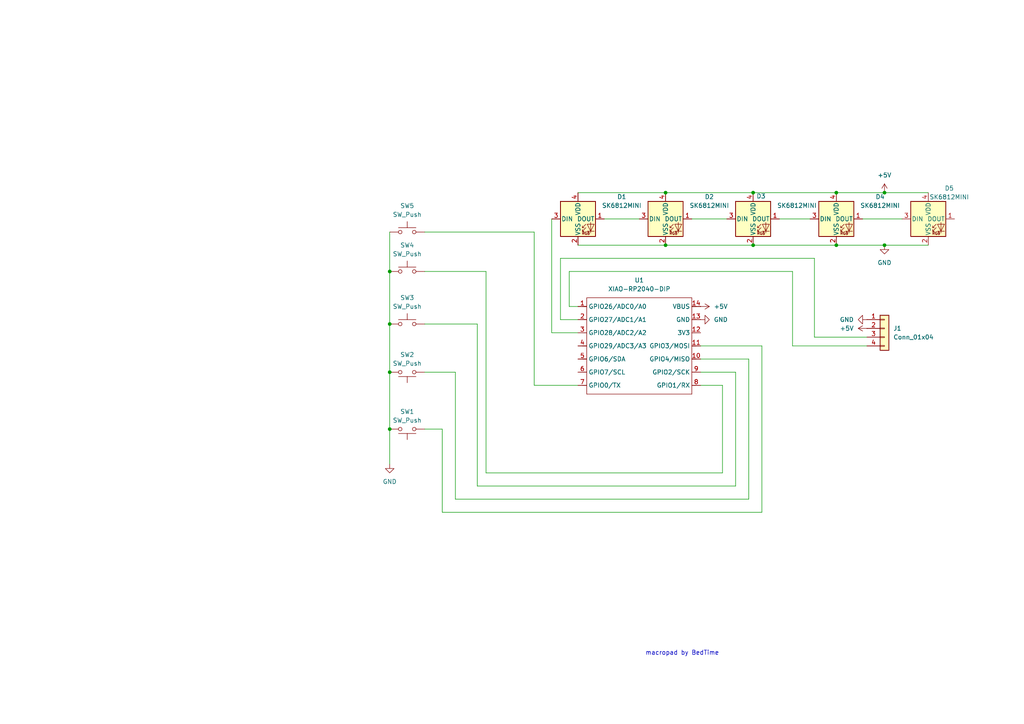
<source format=kicad_sch>
(kicad_sch (version 20250114) (generator "eeschema") (generator_version "9.0")
  (paper "A4")
  (lib_symbols
    (symbol "Connector_Generic:Conn_01x04" (pin_names (offset 1.016) (hide yes))
      (property "Reference" "J" (at 0 5.08 0))
      (property "Value" "Conn_01x04" (at 0 -7.62 0))
      (symbol "Conn_01x04_1_1"
        (rectangle (start -1.27 3.81) (end 1.27 -6.35) (stroke (width 0.254)) (fill (type background)))
        (rectangle (start -1.27 2.667) (end 0 2.413) (stroke (width 0.1524)))
        (rectangle (start -1.27 0.127) (end 0 -0.127) (stroke (width 0.1524)))
        (rectangle (start -1.27 -2.413) (end 0 -2.667) (stroke (width 0.1524)))
        (rectangle (start -1.27 -4.953) (end 0 -5.207) (stroke (width 0.1524)))
        (pin passive line (at -5.08 2.54 0) (length 3.81) (name "Pin_1") (number "1"))
        (pin passive line (at -5.08 0 0) (length 3.81) (name "Pin_2") (number "2"))
        (pin passive line (at -5.08 -2.54 0) (length 3.81) (name "Pin_3") (number "3"))
        (pin passive line (at -5.08 -5.08 0) (length 3.81) (name "Pin_4") (number "4"))
      )
    )
    (symbol "LED:SK6812MINI" (pin_names (offset 0.254))
      (property "Reference" "D" (at 5.08 5.715 0))
      (property "Value" "SK6812MINI" (at 1.27 -5.715 0))
      (symbol "SK6812MINI_0_0"
        (text "RGB" (at 2.286 -4.191 0) (effects (font (size 0.762 0.762))))
      )
      (symbol "SK6812MINI_0_1"
        (polyline (pts (xy 1.27 -2.54) (xy 1.778 -2.54)))
        (polyline (pts (xy 1.27 -3.556) (xy 1.778 -3.556)))
        (polyline (pts (xy 2.286 -1.524) (xy 1.27 -2.54) (xy 1.27 -2.032)))
        (polyline (pts (xy 2.286 -2.54) (xy 1.27 -3.556) (xy 1.27 -3.048)))
        (polyline (pts (xy 3.683 -1.016) (xy 3.683 -3.556) (xy 3.683 -4.064)))
        (polyline (pts (xy 4.699 -1.524) (xy 2.667 -1.524) (xy 3.683 -3.556) (xy 4.699 -1.524)))
        (polyline (pts (xy 4.699 -3.556) (xy 2.667 -3.556)))
        (rectangle (start 5.08 5.08) (end -5.08 -5.08) (stroke (width 0.254)) (fill (type background)))
      )
      (symbol "SK6812MINI_1_1"
        (pin input line (at -7.62 0 0) (length 2.54) (name "DIN") (number "3"))
        (pin power_in line (at 0 7.62 270) (length 2.54) (name "VDD") (number "4"))
        (pin power_in line (at 0 -7.62 90) (length 2.54) (name "VSS") (number "2"))
        (pin output line (at 7.62 0 180) (length 2.54) (name "DOUT") (number "1"))
      )
    )
    (symbol "OPL:XIAO-RP2040-DIP"
      (property "Reference" "U" (at 0 0 0))
      (property "Value" "XIAO-RP2040-DIP" (at 5.334 -1.778 0))
      (symbol "XIAO-RP2040-DIP_1_0"
        (polyline (pts (xy -1.27 -2.54) (xy 29.21 -2.54)) (stroke (width 0.1524)))
        (polyline (pts (xy -1.27 -5.08) (xy -2.54 -5.08)) (stroke (width 0.1524)))
        (polyline (pts (xy -1.27 -5.08) (xy -1.27 -2.54)) (stroke (width 0.1524)))
        (polyline (pts (xy -1.27 -8.89) (xy -2.54 -8.89)) (stroke (width 0.1524)))
        (polyline (pts (xy -1.27 -8.89) (xy -1.27 -5.08)) (stroke (width 0.1524)))
        (polyline (pts (xy -1.27 -12.7) (xy -2.54 -12.7)) (stroke (width 0.1524)))
        (polyline (pts (xy -1.27 -12.7) (xy -1.27 -8.89)) (stroke (width 0.1524)))
        (polyline (pts (xy -1.27 -16.51) (xy -2.54 -16.51)) (stroke (width 0.1524)))
        (polyline (pts (xy -1.27 -16.51) (xy -1.27 -12.7)) (stroke (width 0.1524)))
        (polyline (pts (xy -1.27 -20.32) (xy -2.54 -20.32)) (stroke (width 0.1524)))
        (polyline (pts (xy -1.27 -24.13) (xy -2.54 -24.13)) (stroke (width 0.1524)))
        (polyline (pts (xy -1.27 -27.94) (xy -2.54 -27.94)) (stroke (width 0.1524)))
        (polyline (pts (xy -1.27 -30.48) (xy -1.27 -16.51)) (stroke (width 0.1524)))
        (polyline (pts (xy 29.21 -2.54) (xy 29.21 -5.08)) (stroke (width 0.1524)))
        (polyline (pts (xy 29.21 -5.08) (xy 29.21 -8.89)) (stroke (width 0.1524)))
        (polyline (pts (xy 29.21 -8.89) (xy 29.21 -12.7)) (stroke (width 0.1524)))
        (polyline (pts (xy 29.21 -12.7) (xy 29.21 -30.48)) (stroke (width 0.1524)))
        (polyline (pts (xy 29.21 -30.48) (xy -1.27 -30.48)) (stroke (width 0.1524)))
        (polyline (pts (xy 30.48 -5.08) (xy 29.21 -5.08)) (stroke (width 0.1524)))
        (polyline (pts (xy 30.48 -8.89) (xy 29.21 -8.89)) (stroke (width 0.1524)))
        (polyline (pts (xy 30.48 -12.7) (xy 29.21 -12.7)) (stroke (width 0.1524)))
        (polyline (pts (xy 30.48 -16.51) (xy 29.21 -16.51)) (stroke (width 0.1524)))
        (polyline (pts (xy 30.48 -20.32) (xy 29.21 -20.32)) (stroke (width 0.1524)))
        (polyline (pts (xy 30.48 -24.13) (xy 29.21 -24.13)) (stroke (width 0.1524)))
        (polyline (pts (xy 30.48 -27.94) (xy 29.21 -27.94)) (stroke (width 0.1524)))
        (pin passive line (at -3.81 -5.08 0) (length 2.54) (name "GPIO26/ADC0/A0") (number "1"))
        (pin passive line (at -3.81 -8.89 0) (length 2.54) (name "GPIO27/ADC1/A1") (number "2"))
        (pin passive line (at -3.81 -12.7 0) (length 2.54) (name "GPIO28/ADC2/A2") (number "3"))
        (pin passive line (at -3.81 -16.51 0) (length 2.54) (name "GPIO29/ADC3/A3") (number "4"))
        (pin passive line (at -3.81 -20.32 0) (length 2.54) (name "GPIO6/SDA") (number "5"))
        (pin passive line (at -3.81 -24.13 0) (length 2.54) (name "GPIO7/SCL") (number "6"))
        (pin passive line (at -3.81 -27.94 0) (length 2.54) (name "GPIO0/TX") (number "7"))
        (pin passive line (at 31.75 -5.08 180) (length 2.54) (name "VBUS") (number "14"))
        (pin passive line (at 31.75 -8.89 180) (length 2.54) (name "GND") (number "13"))
        (pin passive line (at 31.75 -12.7 180) (length 2.54) (name "3V3") (number "12"))
        (pin passive line (at 31.75 -16.51 180) (length 2.54) (name "GPIO3/MOSI") (number "11"))
        (pin passive line (at 31.75 -20.32 180) (length 2.54) (name "GPIO4/MISO") (number "10"))
        (pin passive line (at 31.75 -24.13 180) (length 2.54) (name "GPIO2/SCK") (number "9"))
        (pin passive line (at 31.75 -27.94 180) (length 2.54) (name "GPIO1/RX") (number "8"))
      )
    )
    (symbol "Switch:SW_Push" (pin_numbers (hide yes)) (pin_names (offset 1.016) (hide yes))
      (property "Reference" "SW" (at 1.27 2.54 0))
      (property "Value" "SW_Push" (at 0 -1.524 0))
      (symbol "SW_Push_0_1"
        (circle (center -2.032 0) (radius 0.508))
        (polyline (pts (xy 0 1.27) (xy 0 3.048)))
        (circle (center 2.032 0) (radius 0.508))
        (polyline (pts (xy 2.54 1.27) (xy -2.54 1.27)))
        (pin passive line (at -5.08 0 0) (length 2.54) (name "1") (number "1"))
        (pin passive line (at 5.08 0 180) (length 2.54) (name "2") (number "2"))
      )
    )
    (symbol "power:+5V" (power) (pin_numbers (hide yes)) (pin_names (offset 0) (hide yes))
      (property "Value" "+5V" (at 0 3.556 0))
      (symbol "+5V_0_1"
        (polyline (pts (xy -0.762 1.27) (xy 0 2.54)))
        (polyline (pts (xy 0 2.54) (xy 0.762 1.27)))
        (polyline (pts (xy 0 0) (xy 0 2.54)))
      )
      (symbol "+5V_1_1"
        (pin power_in line (at 0 0 90) (length 0) (name "~") (number "1"))
      )
    )
    (symbol "power:GND" (power) (pin_numbers (hide yes)) (pin_names (offset 0) (hide yes))
      (property "Value" "GND" (at 0 -3.81 0))
      (symbol "GND_0_1"
        (polyline (pts (xy 0 0) (xy 0 -1.27) (xy 1.27 -1.27) (xy 0 -2.54) (xy -1.27 -1.27) (xy 0 -1.27)))
      )
      (symbol "GND_1_1"
        (pin power_in line (at 0 0 270) (length 0) (name "~") (number "1"))
      )
    )
  )
  (text "macropad by BedTime" (at 197.866 189.484 0) (effects (font (size 1.27 1.27))))
  (junction (at 113.03 124.46))
  (junction (at 113.03 78.74))
  (junction (at 113.03 107.95))
  (junction (at 113.03 93.98))
  (junction (at 242.57 55.88))
  (junction (at 256.54 55.88))
  (junction (at 193.04 55.88))
  (junction (at 193.04 71.12))
  (junction (at 242.57 71.12))
  (junction (at 256.54 71.12))
  (junction (at 218.44 71.12))
  (junction (at 218.44 55.88))
  (wire (pts (xy 218.44 55.88) (xy 242.57 55.88)))
  (wire (pts (xy 128.27 124.46) (xy 128.27 148.59)))
  (wire (pts (xy 113.03 93.98) (xy 113.03 107.95)))
  (wire (pts (xy 138.43 93.98) (xy 138.43 140.97)))
  (wire (pts (xy 113.03 78.74) (xy 113.03 93.98)))
  (wire (pts (xy 175.26 63.5) (xy 185.42 63.5)))
  (wire (pts (xy 162.56 92.71) (xy 167.64 92.71)))
  (wire (pts (xy 256.54 71.12) (xy 269.24 71.12)))
  (wire (pts (xy 132.08 144.78) (xy 132.08 107.95)))
  (wire (pts (xy 193.04 71.12) (xy 218.44 71.12)))
  (wire (pts (xy 242.57 55.88) (xy 256.54 55.88)))
  (wire (pts (xy 200.66 63.5) (xy 210.82 63.5)))
  (wire (pts (xy 229.87 100.33) (xy 229.87 78.74)))
  (wire (pts (xy 251.46 100.33) (xy 229.87 100.33)))
  (wire (pts (xy 167.64 71.12) (xy 193.04 71.12)))
  (wire (pts (xy 193.04 55.88) (xy 218.44 55.88)))
  (wire (pts (xy 220.98 148.59) (xy 220.98 100.33)))
  (wire (pts (xy 132.08 107.95) (xy 123.19 107.95)))
  (wire (pts (xy 203.2 111.76) (xy 209.55 111.76)))
  (wire (pts (xy 236.22 97.79) (xy 236.22 74.93)))
  (wire (pts (xy 162.56 74.93) (xy 162.56 92.71)))
  (wire (pts (xy 250.19 63.5) (xy 261.62 63.5)))
  (wire (pts (xy 165.1 88.9) (xy 167.64 88.9)))
  (wire (pts (xy 113.03 107.95) (xy 113.03 124.46)))
  (wire (pts (xy 218.44 71.12) (xy 242.57 71.12)))
  (wire (pts (xy 140.97 137.16) (xy 140.97 78.74)))
  (wire (pts (xy 217.17 104.14) (xy 217.17 144.78)))
  (wire (pts (xy 113.03 67.31) (xy 113.03 78.74)))
  (wire (pts (xy 213.36 140.97) (xy 213.36 107.95)))
  (wire (pts (xy 165.1 78.74) (xy 165.1 88.9)))
  (wire (pts (xy 209.55 137.16) (xy 209.55 111.76)))
  (wire (pts (xy 203.2 107.95) (xy 213.36 107.95)))
  (wire (pts (xy 123.19 67.31) (xy 154.94 67.31)))
  (wire (pts (xy 226.06 63.5) (xy 234.95 63.5)))
  (wire (pts (xy 154.94 111.76) (xy 167.64 111.76)))
  (wire (pts (xy 217.17 144.78) (xy 132.08 144.78)))
  (wire (pts (xy 209.55 137.16) (xy 140.97 137.16)))
  (wire (pts (xy 128.27 148.59) (xy 220.98 148.59)))
  (wire (pts (xy 140.97 78.74) (xy 123.19 78.74)))
  (wire (pts (xy 242.57 71.12) (xy 256.54 71.12)))
  (wire (pts (xy 138.43 140.97) (xy 213.36 140.97)))
  (wire (pts (xy 256.54 55.88) (xy 269.24 55.88)))
  (wire (pts (xy 203.2 100.33) (xy 220.98 100.33)))
  (wire (pts (xy 154.94 67.31) (xy 154.94 111.76)))
  (wire (pts (xy 167.64 55.88) (xy 193.04 55.88)))
  (wire (pts (xy 203.2 104.14) (xy 217.17 104.14)))
  (wire (pts (xy 251.46 97.79) (xy 236.22 97.79)))
  (wire (pts (xy 123.19 93.98) (xy 138.43 93.98)))
  (wire (pts (xy 160.02 63.5) (xy 160.02 96.52)))
  (wire (pts (xy 123.19 124.46) (xy 128.27 124.46)))
  (wire (pts (xy 160.02 96.52) (xy 167.64 96.52)))
  (wire (pts (xy 229.87 78.74) (xy 165.1 78.74)))
  (wire (pts (xy 113.03 124.46) (xy 113.03 134.62)))
  (wire (pts (xy 236.22 74.93) (xy 162.56 74.93)))
  (symbol (lib_id "Switch:SW_Push") (at 118.11 107.95 180) (unit 1)
    (property "Reference" "SW2" (at 118.11 102.87 0))
    (property "Value" "SW_Push" (at 118.11 105.41 0))
    (property "Footprint" "Button_Switch_Keyboard:SW_Cherry_MX_1.00u_PCB" (effects (hide yes)))
    (property "Description" "Push button switch, generic, two pins" (effects (hide yes)))
  )
  (symbol (lib_id "Switch:SW_Push") (at 118.11 124.46 180) (unit 1)
    (property "Reference" "SW1" (at 118.11 119.38 0))
    (property "Value" "SW_Push" (at 118.11 121.92 0))
    (property "Footprint" "Button_Switch_Keyboard:SW_Cherry_MX_1.00u_PCB" (effects (hide yes)))
    (property "Description" "Push button switch, generic, two pins" (effects (hide yes)))
  )
  (symbol (lib_id "power:GND") (at 256.54 71.12 0) (unit 1)
    (property "Reference" "#PWR04" (effects (hide yes)))
    (property "Value" "GND" (at 256.54 76.2 0))
    (property "Description" "Power symbol creates a global label with name \"GND\" , ground" (effects (hide yes)))
  )
  (symbol (lib_id "LED:SK6812MINI") (at 167.64 63.5 0) (unit 1)
    (property "Reference" "D1" (at 180.34 57.0798 0))
    (property "Value" "SK6812MINI" (at 180.34 59.6198 0))
    (property "Footprint" "LED_SMD:LED_SK6812MINI_PLCC4_3.5x3.5mm_P1.75mm" (effects (hide yes)))
    (property "Datasheet" "https://cdn-shop.adafruit.com/product-files/2686/SK6812MINI_REV.01-1-2.pdf" (effects (hide yes)))
    (property "Description" "RGB LED with integrated controller" (effects (hide yes)))
  )
  (symbol (lib_id "power:+5V") (at 203.2 88.9 270) (unit 1)
    (property "Reference" "#PWR01" (effects (hide yes)))
    (property "Value" "+5V" (at 207.01 88.8999 90) (effects (justify left)))
    (property "Description" "Power symbol creates a global label with name \"+5V\"" (effects (hide yes)))
  )
  (symbol (lib_id "power:+5V") (at 251.46 95.25 90) (unit 1)
    (property "Reference" "#PWR07" (effects (hide yes)))
    (property "Value" "+5V" (at 247.65 95.2499 90) (effects (justify left)))
    (property "Description" "Power symbol creates a global label with name \"+5V\"" (effects (hide yes)))
  )
  (symbol (lib_id "power:+5V") (at 256.54 55.88 0) (unit 1)
    (property "Reference" "#PWR05" (effects (hide yes)))
    (property "Value" "+5V" (at 256.54 50.8 0))
    (property "Description" "Power symbol creates a global label with name \"+5V\"" (effects (hide yes)))
  )
  (symbol (lib_id "power:GND") (at 251.46 92.71 270) (unit 1)
    (property "Reference" "#PWR06" (effects (hide yes)))
    (property "Value" "GND" (at 247.65 92.7099 90) (effects (justify right)))
    (property "Description" "Power symbol creates a global label with name \"GND\" , ground" (effects (hide yes)))
  )
  (symbol (lib_id "OPL:XIAO-RP2040-DIP") (at 171.45 83.82 0) (unit 1)
    (property "Reference" "U1" (at 185.42 81.28 0))
    (property "Value" "XIAO-RP2040-DIP" (at 185.42 83.82 0))
    (property "Footprint" "OPL:XIAO-RP2040-DIP" (effects (hide yes)))
  )
  (symbol (lib_id "power:GND") (at 203.2 92.71 90) (unit 1)
    (property "Reference" "#PWR03" (effects (hide yes)))
    (property "Value" "GND" (at 207.01 92.7099 90) (effects (justify right)))
    (property "Description" "Power symbol creates a global label with name \"GND\" , ground" (effects (hide yes)))
  )
  (symbol (lib_id "LED:SK6812MINI") (at 242.57 63.5 0) (unit 1)
    (property "Reference" "D4" (at 255.27 57.0798 0))
    (property "Value" "SK6812MINI" (at 255.27 59.6198 0))
    (property "Footprint" "LED_SMD:LED_SK6812MINI_PLCC4_3.5x3.5mm_P1.75mm" (effects (hide yes)))
    (property "Datasheet" "https://cdn-shop.adafruit.com/product-files/2686/SK6812MINI_REV.01-1-2.pdf" (effects (hide yes)))
    (property "Description" "RGB LED with integrated controller" (effects (hide yes)))
  )
  (symbol (lib_id "Switch:SW_Push") (at 118.11 67.31 0) (unit 1)
    (property "Reference" "SW5" (at 118.11 59.69 0))
    (property "Value" "SW_Push" (at 118.11 62.23 0))
    (property "Footprint" "Button_Switch_Keyboard:SW_Cherry_MX_1.00u_PCB" (effects (hide yes)))
    (property "Description" "Push button switch, generic, two pins" (effects (hide yes)))
  )
  (symbol (lib_id "LED:SK6812MINI") (at 193.04 63.5 0) (unit 1)
    (property "Reference" "D2" (at 205.74 57.0798 0))
    (property "Value" "SK6812MINI" (at 205.74 59.6198 0))
    (property "Footprint" "LED_SMD:LED_SK6812MINI_PLCC4_3.5x3.5mm_P1.75mm" (effects (hide yes)))
    (property "Datasheet" "https://cdn-shop.adafruit.com/product-files/2686/SK6812MINI_REV.01-1-2.pdf" (effects (hide yes)))
    (property "Description" "RGB LED with integrated controller" (effects (hide yes)))
  )
  (symbol (lib_id "Switch:SW_Push") (at 118.11 78.74 0) (unit 1)
    (property "Reference" "SW4" (at 118.11 71.12 0))
    (property "Value" "SW_Push" (at 118.11 73.66 0))
    (property "Footprint" "Button_Switch_Keyboard:SW_Cherry_MX_1.00u_PCB" (effects (hide yes)))
    (property "Description" "Push button switch, generic, two pins" (effects (hide yes)))
  )
  (symbol (lib_id "power:GND") (at 113.03 134.62 0) (unit 1)
    (property "Reference" "#PWR02" (effects (hide yes)))
    (property "Value" "GND" (at 113.03 139.7 0))
    (property "Description" "Power symbol creates a global label with name \"GND\" , ground" (effects (hide yes)))
  )
  (symbol (lib_id "Switch:SW_Push") (at 118.11 93.98 0) (unit 1)
    (property "Reference" "SW3" (at 118.11 86.36 0))
    (property "Value" "SW_Push" (at 118.11 88.9 0))
    (property "Footprint" "Button_Switch_Keyboard:SW_Cherry_MX_1.00u_PCB" (effects (hide yes)))
    (property "Description" "Push button switch, generic, two pins" (effects (hide yes)))
  )
  (symbol (lib_id "LED:SK6812MINI") (at 269.24 63.5 0) (unit 1)
    (property "Reference" "D5" (at 275.336 54.61 0))
    (property "Value" "SK6812MINI" (at 275.336 57.15 0))
    (property "Footprint" "LED_SMD:LED_SK6812MINI_PLCC4_3.5x3.5mm_P1.75mm" (effects (hide yes)))
    (property "Datasheet" "https://cdn-shop.adafruit.com/product-files/2686/SK6812MINI_REV.01-1-2.pdf" (effects (hide yes)))
    (property "Description" "RGB LED with integrated controller" (effects (hide yes)))
  )
  (symbol (lib_id "Connector_Generic:Conn_01x04") (at 256.54 95.25 0) (unit 1)
    (property "Reference" "J1" (at 259.08 95.2499 0) (effects (justify left)))
    (property "Value" "Conn_01x04" (at 259.08 97.7899 0) (effects (justify left)))
    (property "Footprint" "display:SSD1306-0.91-OLED-4pin-128x32" (effects (hide yes)))
    (property "Description" "Generic connector, single row, 01x04, script generated (kicad-library-utils/schlib/autogen/connector/)" (effects (hide yes)))
  )
  (symbol (lib_id "LED:SK6812MINI") (at 218.44 63.5 0) (unit 1)
    (property "Reference" "D3" (at 220.726 56.896 0))
    (property "Value" "SK6812MINI" (at 231.14 59.6198 0))
    (property "Footprint" "LED_SMD:LED_SK6812MINI_PLCC4_3.5x3.5mm_P1.75mm" (effects (hide yes)))
    (property "Datasheet" "https://cdn-shop.adafruit.com/product-files/2686/SK6812MINI_REV.01-1-2.pdf" (effects (hide yes)))
    (property "Description" "RGB LED with integrated controller" (effects (hide yes)))
  )
)
</source>
